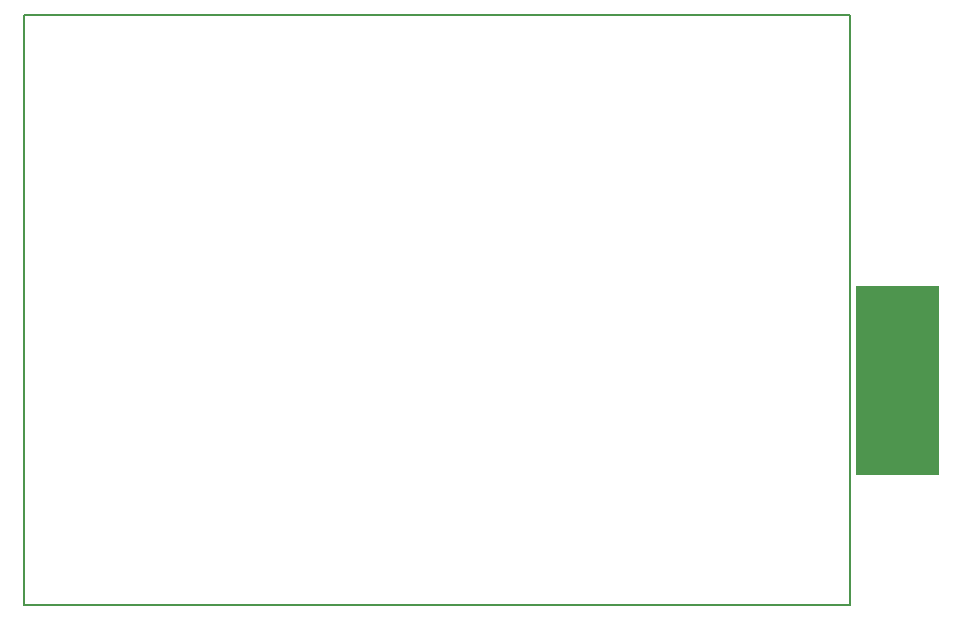
<source format=gko>
G04*
G04 #@! TF.GenerationSoftware,Altium Limited,Altium Designer,18.1.6 (161)*
G04*
G04 Layer_Color=16711935*
%FSLAX25Y25*%
%MOIN*%
G70*
G01*
G75*
%ADD12C,0.00500*%
G36*
X305020Y43567D02*
X277498D01*
Y106595D01*
X305020D01*
Y43567D01*
D02*
G37*
D12*
X1Y-0D02*
X1Y-0D01*
Y196848D01*
X-0Y196850D02*
X1Y196848D01*
X-0Y196850D02*
X0Y196850D01*
X275589D01*
Y5D02*
Y196850D01*
Y5D02*
X275592Y1D01*
X275591Y-0D02*
X275592Y1D01*
X1Y-0D02*
X275591D01*
X0Y0D02*
Y196850D01*
X275590D01*
Y0D02*
Y196850D01*
X0Y0D02*
X275590D01*
M02*

</source>
